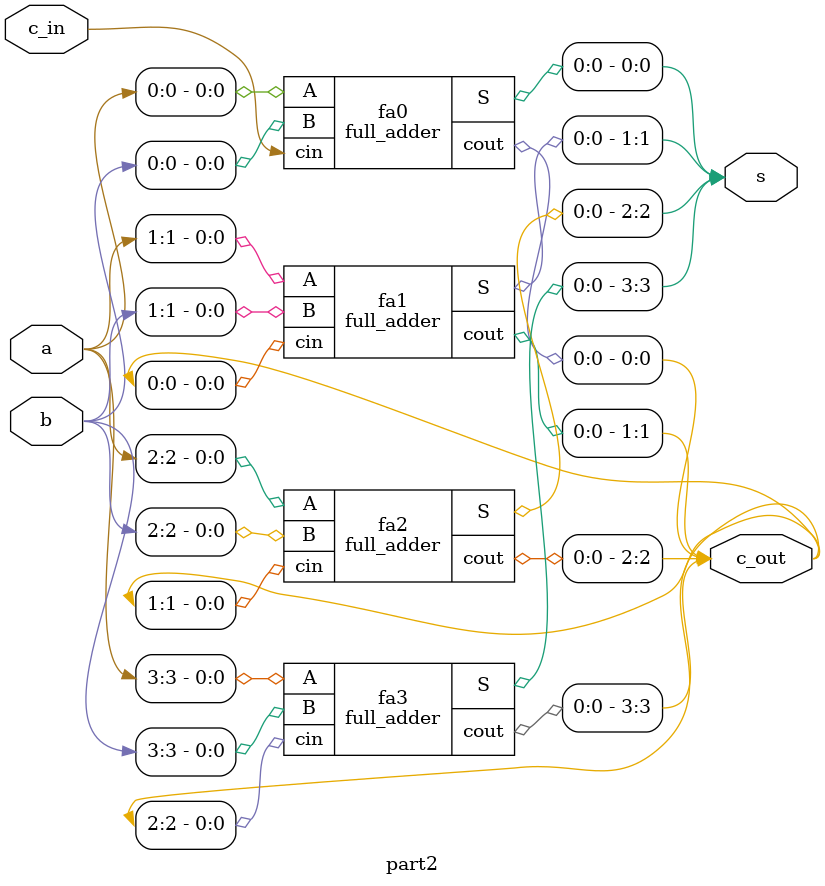
<source format=v>
module full_adder(A, B, cin, S, cout);
	input A, B, cin;
	output S, cout;
	
	assign S = A ^ B ^ cin;
	assign cout = ((A & B)| (cin & B) | (cin & A));
endmodule

module part2(a, b, c_in, s, c_out);
	
	input [3:0] a;
	input [3:0] b;
	input c_in; 
	output [3:0] s;
	output [3:0] c_out;

	full_adder fa0(a[0], b[0], c_in, s[0], c_out[0]);
	full_adder fa1(a[1], b[1],  c_out[0], s[1], c_out[1]);
	full_adder fa2(a[2], b[2],  c_out[1], s[2], c_out[2]);
	full_adder fa3(a[3], b[3],  c_out[2], s[3], c_out[3]);

endmodule 
</source>
